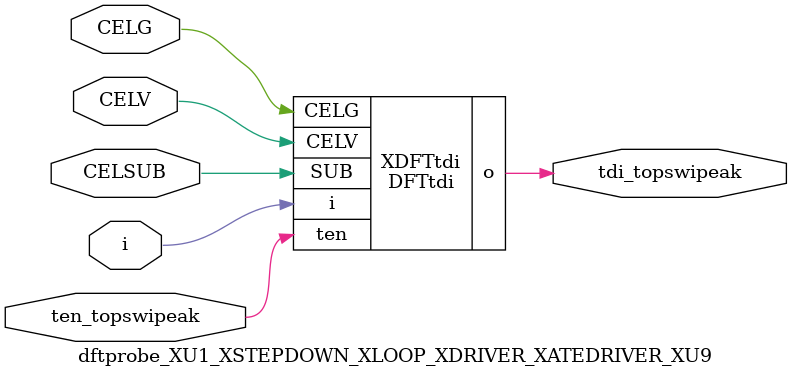
<source format=v>


module DFTtdi ( o, CELV, SUB, i, ten, CELG );

  input CELV;
  input ten;
  input i;
  output o;
  input CELG;
  input SUB;
endmodule


module dftprobe_XU1_XSTEPDOWN_XLOOP_XDRIVER_XATEDRIVER_XU9 (i,tdi_topswipeak,ten_topswipeak,CELG,CELSUB,CELV);
input  i;
output  tdi_topswipeak;
input  ten_topswipeak;
input  CELG;
input  CELSUB;
input  CELV;

DFTtdi XDFTtdi(
  .i (i),
  .o (tdi_topswipeak),
  .ten (ten_topswipeak),
  .CELG (CELG),
  .SUB (CELSUB),
  .CELV (CELV)
);

endmodule


</source>
